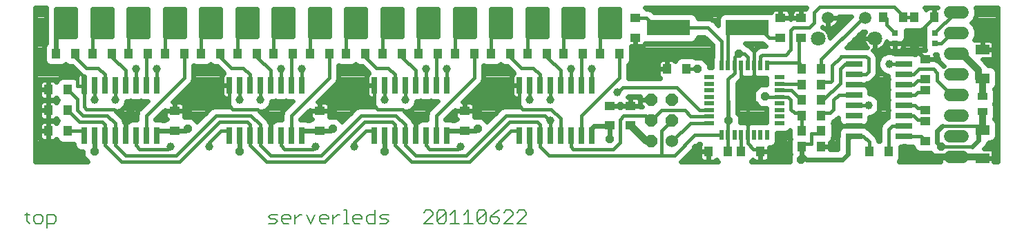
<source format=gtl>
G75*
G70*
%OFA0B0*%
%FSLAX24Y24*%
%IPPOS*%
%LPD*%
%AMOC8*
5,1,8,0,0,1.08239X$1,22.5*
%
%ADD10C,0.0060*%
%ADD11R,0.0260X0.0800*%
%ADD12C,0.0236*%
%ADD13R,0.0413X0.0512*%
%ADD14R,0.0220X0.0500*%
%ADD15R,0.0500X0.0220*%
%ADD16R,0.0800X0.0260*%
%ADD17R,0.0512X0.0413*%
%ADD18R,0.2100X0.0760*%
%ADD19C,0.0709*%
%ADD20C,0.0594*%
%ADD21C,0.0600*%
%ADD22OC8,0.0600*%
%ADD23R,0.0315X0.0315*%
%ADD24C,0.0600*%
%ADD25R,0.0512X0.0354*%
%ADD26R,0.0669X0.0492*%
%ADD27C,0.0160*%
%ADD28C,0.0396*%
%ADD29C,0.0320*%
%ADD30C,0.0240*%
%ADD31OC8,0.0396*%
D10*
X003896Y003162D02*
X003896Y003803D01*
X004216Y003803D01*
X004323Y003696D01*
X004323Y003482D01*
X004216Y003376D01*
X003896Y003376D01*
X003679Y003482D02*
X003679Y003696D01*
X003572Y003803D01*
X003358Y003803D01*
X003251Y003696D01*
X003251Y003482D01*
X003358Y003376D01*
X003572Y003376D01*
X003679Y003482D01*
X003035Y003376D02*
X002929Y003482D01*
X002929Y003909D01*
X003035Y003803D02*
X002822Y003803D01*
X014572Y003696D02*
X014679Y003803D01*
X014999Y003803D01*
X014892Y003589D02*
X014679Y003589D01*
X014572Y003696D01*
X014572Y003376D02*
X014892Y003376D01*
X014999Y003482D01*
X014892Y003589D01*
X015216Y003589D02*
X015643Y003589D01*
X015643Y003696D01*
X015537Y003803D01*
X015323Y003803D01*
X015216Y003696D01*
X015216Y003482D01*
X015323Y003376D01*
X015537Y003376D01*
X015861Y003376D02*
X015861Y003803D01*
X016074Y003803D02*
X016181Y003803D01*
X016074Y003803D02*
X015861Y003589D01*
X016398Y003803D02*
X016611Y003376D01*
X016825Y003803D01*
X017042Y003696D02*
X017149Y003803D01*
X017363Y003803D01*
X017469Y003696D01*
X017469Y003589D01*
X017042Y003589D01*
X017042Y003482D02*
X017042Y003696D01*
X017042Y003482D02*
X017149Y003376D01*
X017363Y003376D01*
X017687Y003376D02*
X017687Y003803D01*
X017901Y003803D02*
X018007Y003803D01*
X017901Y003803D02*
X017687Y003589D01*
X018224Y003376D02*
X018438Y003376D01*
X018331Y003376D02*
X018331Y004016D01*
X018224Y004016D01*
X018654Y003696D02*
X018761Y003803D01*
X018974Y003803D01*
X019081Y003696D01*
X019081Y003589D01*
X018654Y003589D01*
X018654Y003482D02*
X018654Y003696D01*
X018654Y003482D02*
X018761Y003376D01*
X018974Y003376D01*
X019298Y003482D02*
X019298Y003696D01*
X019405Y003803D01*
X019725Y003803D01*
X019725Y004016D02*
X019725Y003376D01*
X019405Y003376D01*
X019298Y003482D01*
X019943Y003376D02*
X020263Y003376D01*
X020370Y003482D01*
X020263Y003589D01*
X020050Y003589D01*
X019943Y003696D01*
X020050Y003803D01*
X020370Y003803D01*
X022072Y003909D02*
X022179Y004016D01*
X022392Y004016D01*
X022499Y003909D01*
X022499Y003803D01*
X022072Y003376D01*
X022499Y003376D01*
X022716Y003482D02*
X023143Y003909D01*
X023143Y003482D01*
X023037Y003376D01*
X022823Y003376D01*
X022716Y003482D01*
X022716Y003909D01*
X022823Y004016D01*
X023037Y004016D01*
X023143Y003909D01*
X023361Y003803D02*
X023574Y004016D01*
X023574Y003376D01*
X023361Y003376D02*
X023788Y003376D01*
X024005Y003376D02*
X024432Y003376D01*
X024219Y003376D02*
X024219Y004016D01*
X024005Y003803D01*
X024650Y003909D02*
X024757Y004016D01*
X024970Y004016D01*
X025077Y003909D01*
X024650Y003482D01*
X024757Y003376D01*
X024970Y003376D01*
X025077Y003482D01*
X025077Y003909D01*
X025294Y003696D02*
X025615Y003696D01*
X025721Y003589D01*
X025721Y003482D01*
X025615Y003376D01*
X025401Y003376D01*
X025294Y003482D01*
X025294Y003696D01*
X025508Y003909D01*
X025721Y004016D01*
X025939Y003909D02*
X026046Y004016D01*
X026259Y004016D01*
X026366Y003909D01*
X026366Y003803D01*
X025939Y003376D01*
X026366Y003376D01*
X026584Y003376D02*
X027011Y003803D01*
X027011Y003909D01*
X026904Y004016D01*
X026690Y004016D01*
X026584Y003909D01*
X026584Y003376D02*
X027011Y003376D01*
X024650Y003482D02*
X024650Y003909D01*
D11*
X023167Y007636D03*
X022667Y007636D03*
X022167Y007636D03*
X021667Y007636D03*
X021167Y007636D03*
X020667Y007636D03*
X020167Y007636D03*
X019667Y007636D03*
X016167Y007636D03*
X015667Y007636D03*
X015167Y007636D03*
X014667Y007636D03*
X014167Y007636D03*
X013667Y007636D03*
X013167Y007636D03*
X012667Y007636D03*
X009167Y007636D03*
X008667Y007636D03*
X008167Y007636D03*
X007667Y007636D03*
X007167Y007636D03*
X006667Y007636D03*
X006167Y007636D03*
X005667Y007636D03*
X005667Y010056D03*
X006167Y010056D03*
X006667Y010056D03*
X007167Y010056D03*
X007667Y010056D03*
X008167Y010056D03*
X008667Y010056D03*
X009167Y010056D03*
X012667Y010056D03*
X013167Y010056D03*
X013667Y010056D03*
X014167Y010056D03*
X014667Y010056D03*
X015167Y010056D03*
X015667Y010056D03*
X016167Y010056D03*
X019667Y010056D03*
X020167Y010056D03*
X020667Y010056D03*
X021167Y010056D03*
X021667Y010056D03*
X022167Y010056D03*
X022667Y010056D03*
X023167Y010056D03*
X026667Y010056D03*
X027167Y010056D03*
X027667Y010056D03*
X028167Y010056D03*
X028667Y010056D03*
X029167Y010056D03*
X029667Y010056D03*
X030167Y010056D03*
X030167Y007636D03*
X029667Y007636D03*
X029167Y007636D03*
X028667Y007636D03*
X028167Y007636D03*
X027667Y007636D03*
X027167Y007636D03*
X026667Y007636D03*
D12*
X027070Y012427D02*
X027070Y013765D01*
X028014Y013765D01*
X028014Y012427D01*
X027070Y012427D01*
X027070Y012662D02*
X028014Y012662D01*
X028014Y012897D02*
X027070Y012897D01*
X027070Y013132D02*
X028014Y013132D01*
X028014Y013367D02*
X027070Y013367D01*
X027070Y013602D02*
X028014Y013602D01*
X028820Y013765D02*
X028820Y012427D01*
X028820Y013765D02*
X029764Y013765D01*
X029764Y012427D01*
X028820Y012427D01*
X028820Y012662D02*
X029764Y012662D01*
X029764Y012897D02*
X028820Y012897D01*
X028820Y013132D02*
X029764Y013132D01*
X029764Y013367D02*
X028820Y013367D01*
X028820Y013602D02*
X029764Y013602D01*
X030570Y013765D02*
X030570Y012427D01*
X030570Y013765D02*
X031514Y013765D01*
X031514Y012427D01*
X030570Y012427D01*
X030570Y012662D02*
X031514Y012662D01*
X031514Y012897D02*
X030570Y012897D01*
X030570Y013132D02*
X031514Y013132D01*
X031514Y013367D02*
X030570Y013367D01*
X030570Y013602D02*
X031514Y013602D01*
X025320Y013765D02*
X025320Y012427D01*
X025320Y013765D02*
X026264Y013765D01*
X026264Y012427D01*
X025320Y012427D01*
X025320Y012662D02*
X026264Y012662D01*
X026264Y012897D02*
X025320Y012897D01*
X025320Y013132D02*
X026264Y013132D01*
X026264Y013367D02*
X025320Y013367D01*
X025320Y013602D02*
X026264Y013602D01*
X023570Y013765D02*
X023570Y012427D01*
X023570Y013765D02*
X024514Y013765D01*
X024514Y012427D01*
X023570Y012427D01*
X023570Y012662D02*
X024514Y012662D01*
X024514Y012897D02*
X023570Y012897D01*
X023570Y013132D02*
X024514Y013132D01*
X024514Y013367D02*
X023570Y013367D01*
X023570Y013602D02*
X024514Y013602D01*
X021820Y013765D02*
X021820Y012427D01*
X021820Y013765D02*
X022764Y013765D01*
X022764Y012427D01*
X021820Y012427D01*
X021820Y012662D02*
X022764Y012662D01*
X022764Y012897D02*
X021820Y012897D01*
X021820Y013132D02*
X022764Y013132D01*
X022764Y013367D02*
X021820Y013367D01*
X021820Y013602D02*
X022764Y013602D01*
X020070Y013765D02*
X020070Y012427D01*
X020070Y013765D02*
X021014Y013765D01*
X021014Y012427D01*
X020070Y012427D01*
X020070Y012662D02*
X021014Y012662D01*
X021014Y012897D02*
X020070Y012897D01*
X020070Y013132D02*
X021014Y013132D01*
X021014Y013367D02*
X020070Y013367D01*
X020070Y013602D02*
X021014Y013602D01*
X018320Y013765D02*
X018320Y012427D01*
X018320Y013765D02*
X019264Y013765D01*
X019264Y012427D01*
X018320Y012427D01*
X018320Y012662D02*
X019264Y012662D01*
X019264Y012897D02*
X018320Y012897D01*
X018320Y013132D02*
X019264Y013132D01*
X019264Y013367D02*
X018320Y013367D01*
X018320Y013602D02*
X019264Y013602D01*
X016570Y013765D02*
X016570Y012427D01*
X016570Y013765D02*
X017514Y013765D01*
X017514Y012427D01*
X016570Y012427D01*
X016570Y012662D02*
X017514Y012662D01*
X017514Y012897D02*
X016570Y012897D01*
X016570Y013132D02*
X017514Y013132D01*
X017514Y013367D02*
X016570Y013367D01*
X016570Y013602D02*
X017514Y013602D01*
X014820Y013765D02*
X014820Y012427D01*
X014820Y013765D02*
X015764Y013765D01*
X015764Y012427D01*
X014820Y012427D01*
X014820Y012662D02*
X015764Y012662D01*
X015764Y012897D02*
X014820Y012897D01*
X014820Y013132D02*
X015764Y013132D01*
X015764Y013367D02*
X014820Y013367D01*
X014820Y013602D02*
X015764Y013602D01*
X013070Y013765D02*
X013070Y012427D01*
X013070Y013765D02*
X014014Y013765D01*
X014014Y012427D01*
X013070Y012427D01*
X013070Y012662D02*
X014014Y012662D01*
X014014Y012897D02*
X013070Y012897D01*
X013070Y013132D02*
X014014Y013132D01*
X014014Y013367D02*
X013070Y013367D01*
X013070Y013602D02*
X014014Y013602D01*
X011320Y013765D02*
X011320Y012427D01*
X011320Y013765D02*
X012264Y013765D01*
X012264Y012427D01*
X011320Y012427D01*
X011320Y012662D02*
X012264Y012662D01*
X012264Y012897D02*
X011320Y012897D01*
X011320Y013132D02*
X012264Y013132D01*
X012264Y013367D02*
X011320Y013367D01*
X011320Y013602D02*
X012264Y013602D01*
X009570Y013765D02*
X009570Y012427D01*
X009570Y013765D02*
X010514Y013765D01*
X010514Y012427D01*
X009570Y012427D01*
X009570Y012662D02*
X010514Y012662D01*
X010514Y012897D02*
X009570Y012897D01*
X009570Y013132D02*
X010514Y013132D01*
X010514Y013367D02*
X009570Y013367D01*
X009570Y013602D02*
X010514Y013602D01*
X007820Y013765D02*
X007820Y012427D01*
X007820Y013765D02*
X008764Y013765D01*
X008764Y012427D01*
X007820Y012427D01*
X007820Y012662D02*
X008764Y012662D01*
X008764Y012897D02*
X007820Y012897D01*
X007820Y013132D02*
X008764Y013132D01*
X008764Y013367D02*
X007820Y013367D01*
X007820Y013602D02*
X008764Y013602D01*
X006070Y013765D02*
X006070Y012427D01*
X006070Y013765D02*
X007014Y013765D01*
X007014Y012427D01*
X006070Y012427D01*
X006070Y012662D02*
X007014Y012662D01*
X007014Y012897D02*
X006070Y012897D01*
X006070Y013132D02*
X007014Y013132D01*
X007014Y013367D02*
X006070Y013367D01*
X006070Y013602D02*
X007014Y013602D01*
X004320Y013765D02*
X004320Y012427D01*
X004320Y013765D02*
X005264Y013765D01*
X005264Y012427D01*
X004320Y012427D01*
X004320Y012662D02*
X005264Y012662D01*
X005264Y012897D02*
X004320Y012897D01*
X004320Y013132D02*
X005264Y013132D01*
X005264Y013367D02*
X004320Y013367D01*
X004320Y013602D02*
X005264Y013602D01*
D13*
X005264Y011596D03*
X006069Y011596D03*
X007014Y011596D03*
X007819Y011596D03*
X008764Y011596D03*
X009569Y011596D03*
X010514Y011596D03*
X011319Y011596D03*
X012264Y011596D03*
X013069Y011596D03*
X014014Y011596D03*
X014819Y011596D03*
X015764Y011596D03*
X016569Y011596D03*
X017514Y011596D03*
X018319Y011596D03*
X019264Y011596D03*
X020069Y011596D03*
X021014Y011596D03*
X021819Y011596D03*
X022764Y011596D03*
X023569Y011596D03*
X024514Y011596D03*
X025319Y011596D03*
X026264Y011596D03*
X027069Y011596D03*
X028014Y011596D03*
X028819Y011596D03*
X029764Y011596D03*
X030569Y011596D03*
X031514Y011596D03*
X033819Y010846D03*
X034764Y010846D03*
X040319Y010846D03*
X041264Y010846D03*
X041264Y010096D03*
X040319Y010096D03*
X040319Y009346D03*
X041264Y009346D03*
X041264Y008596D03*
X040319Y008596D03*
X040319Y007846D03*
X041264Y007846D03*
X041264Y007096D03*
X040319Y007096D03*
X038327Y006846D03*
X037382Y006846D03*
X036764Y006846D03*
X035819Y006846D03*
X043569Y006846D03*
X044514Y006846D03*
X044257Y013346D03*
X045202Y013346D03*
X045757Y013346D03*
X046702Y013346D03*
X004889Y009846D03*
X003944Y009846D03*
X003944Y008846D03*
X004889Y008846D03*
X004889Y007846D03*
X003944Y007846D03*
X004319Y011596D03*
D14*
X036439Y011036D03*
X036754Y011036D03*
X037069Y011036D03*
X037384Y011036D03*
X037699Y011036D03*
X038014Y011036D03*
X038329Y011036D03*
X038644Y011036D03*
X038644Y007656D03*
X038329Y007656D03*
X038014Y007656D03*
X037699Y007656D03*
X037384Y007656D03*
X037069Y007656D03*
X036754Y007656D03*
X036439Y007656D03*
D15*
X035852Y008243D03*
X035852Y008558D03*
X035852Y008873D03*
X035852Y009188D03*
X035852Y009503D03*
X035852Y009818D03*
X035852Y010133D03*
X035852Y010448D03*
X039232Y010448D03*
X039232Y010133D03*
X039232Y009818D03*
X039232Y009503D03*
X039232Y009188D03*
X039232Y008873D03*
X039232Y008558D03*
X039232Y008243D03*
D16*
X042832Y008096D03*
X042832Y007596D03*
X042832Y008596D03*
X042832Y009096D03*
X042832Y009596D03*
X042832Y010096D03*
X042832Y010596D03*
X042832Y011096D03*
X045252Y011096D03*
X045252Y010596D03*
X045252Y010096D03*
X045252Y009596D03*
X045252Y009096D03*
X045252Y008596D03*
X045252Y008096D03*
X045252Y007596D03*
D17*
X046292Y007373D03*
X046292Y008318D03*
X046292Y008873D03*
X046292Y009818D03*
X046292Y010373D03*
X046292Y011318D03*
X040292Y012373D03*
X039292Y012373D03*
X039292Y013318D03*
X040292Y013318D03*
X032292Y013318D03*
X032292Y012373D03*
X032042Y009068D03*
X031042Y009068D03*
X031042Y008123D03*
X032042Y008123D03*
X024042Y007873D03*
X024042Y008818D03*
X017042Y008818D03*
X017042Y007873D03*
X010042Y007873D03*
X010042Y008818D03*
D18*
X033892Y012846D03*
X037692Y012846D03*
D19*
X041101Y012338D03*
X043857Y012338D03*
D20*
X043365Y013322D03*
X041593Y013322D03*
D21*
X034042Y007346D03*
D22*
X033042Y007346D03*
X033042Y008346D03*
X034042Y008346D03*
X034042Y009346D03*
X033042Y009346D03*
D23*
X044827Y012096D03*
X044827Y012596D03*
X046756Y012596D03*
X046756Y012096D03*
D24*
X047492Y011596D02*
X048092Y011596D01*
X048092Y012596D02*
X047492Y012596D01*
X047492Y013596D02*
X048092Y013596D01*
X048092Y010596D02*
X047492Y010596D01*
X047492Y009596D02*
X048092Y009596D01*
X048092Y008596D02*
X047492Y008596D01*
X047492Y007596D02*
X048092Y007596D01*
X048092Y006596D02*
X047492Y006596D01*
D25*
X049042Y008784D03*
X049042Y009532D03*
D26*
X049042Y010407D03*
X049042Y011785D03*
X049042Y007910D03*
X049042Y006532D03*
D27*
X048542Y007096D02*
X047042Y007096D01*
X046292Y007373D02*
X046069Y007596D01*
X045252Y007596D01*
X045252Y008096D02*
X044667Y008096D01*
X044514Y007943D01*
X044514Y006846D01*
X043569Y006846D02*
X043569Y007318D01*
X043292Y007596D01*
X042832Y007596D01*
X041292Y007721D02*
X041292Y007846D01*
X041264Y007846D01*
X041292Y007721D02*
X040792Y007721D01*
X040792Y007221D01*
X040417Y007221D01*
X040319Y007123D01*
X040319Y007096D01*
X040319Y007846D02*
X040319Y008596D01*
X040229Y008686D01*
X040229Y008721D01*
X039979Y008721D01*
X039792Y008908D01*
X039792Y009346D01*
X039634Y009503D01*
X039232Y009503D01*
X038572Y009503D01*
X038542Y009533D01*
X037884Y009878D02*
X037542Y010346D01*
X037384Y010503D01*
X037384Y011036D01*
X037069Y011036D02*
X037069Y010661D01*
X036754Y010346D01*
X036792Y008346D01*
X035852Y008243D02*
X034939Y008243D01*
X034042Y007346D01*
X034167Y006658D02*
X035164Y007656D01*
X036439Y007656D01*
X036754Y007656D02*
X036754Y010346D01*
X036754Y011036D02*
X036754Y012808D01*
X036792Y012846D01*
X037692Y012846D01*
X038292Y012846D01*
X038764Y012373D01*
X039292Y012373D01*
X039792Y012721D02*
X039792Y011783D01*
X039542Y011533D01*
X038417Y011533D01*
X038329Y011446D01*
X038329Y011036D01*
X038014Y011036D02*
X038014Y011786D01*
X037699Y011438D02*
X037542Y011596D01*
X037292Y011596D01*
X037229Y011596D01*
X037069Y011436D01*
X037069Y011036D01*
X036439Y011036D02*
X036439Y012198D01*
X035792Y012846D01*
X033892Y012846D01*
X033292Y012846D01*
X032819Y013318D01*
X032292Y013318D01*
X031042Y013096D02*
X030569Y013096D01*
X030569Y011596D01*
X029764Y011596D02*
X029667Y011596D01*
X029667Y010056D01*
X030167Y010056D02*
X030167Y010846D01*
X029167Y010846D02*
X029167Y010056D01*
X028667Y010056D02*
X028667Y010783D01*
X028014Y011436D01*
X028014Y011596D01*
X028819Y011596D02*
X028819Y013096D01*
X029292Y013096D01*
X027542Y013096D02*
X027069Y013096D01*
X027069Y011596D01*
X026792Y010908D02*
X026264Y011436D01*
X026264Y011596D01*
X025319Y011596D02*
X025319Y013096D01*
X025792Y013096D01*
X024042Y013096D02*
X023569Y013096D01*
X023569Y011596D01*
X022764Y011596D02*
X022667Y011596D01*
X022667Y010056D01*
X023167Y010056D02*
X023167Y010846D01*
X022167Y010846D02*
X022167Y010056D01*
X021667Y010056D02*
X021667Y010783D01*
X021014Y011436D01*
X021014Y011596D01*
X021819Y011596D02*
X021819Y013096D01*
X022292Y013096D01*
X020542Y013096D02*
X020069Y013096D01*
X020069Y011596D01*
X019792Y010908D02*
X019264Y011436D01*
X019264Y011596D01*
X018319Y011596D02*
X018319Y013096D01*
X018792Y013096D01*
X017042Y013096D02*
X016569Y013096D01*
X016569Y011596D01*
X015764Y011596D02*
X015667Y011596D01*
X015667Y010056D01*
X016167Y010056D02*
X016167Y010846D01*
X015167Y010846D02*
X015167Y010056D01*
X014667Y010056D02*
X014667Y010783D01*
X014014Y011436D01*
X014014Y011596D01*
X014819Y011596D02*
X014819Y013096D01*
X015292Y013096D01*
X013542Y013096D02*
X013069Y013096D01*
X013069Y011596D01*
X012792Y010908D02*
X012292Y011408D01*
X012292Y011568D01*
X012264Y011596D01*
X011319Y011596D02*
X011319Y013096D01*
X011792Y013096D01*
X010042Y013096D02*
X009569Y012623D01*
X009569Y011596D01*
X008764Y011596D02*
X008667Y011498D01*
X008667Y010056D01*
X009167Y010056D02*
X009167Y010846D01*
X008167Y010846D02*
X008167Y010056D01*
X007667Y010056D02*
X007667Y010783D01*
X007014Y011436D01*
X007014Y011596D01*
X006069Y011596D02*
X006069Y013096D01*
X006542Y013096D01*
X007819Y012623D02*
X008292Y013096D01*
X007819Y012623D02*
X007819Y011596D01*
X006667Y010596D02*
X006354Y010908D01*
X005792Y010908D01*
X005264Y011436D01*
X005264Y011596D01*
X005229Y010908D02*
X005229Y010471D01*
X005354Y010346D01*
X005354Y010033D01*
X005667Y010033D01*
X005667Y010056D01*
X005667Y010471D01*
X005229Y010908D01*
X006667Y010596D02*
X006667Y010056D01*
X007167Y010056D02*
X007167Y009346D01*
X006167Y009346D02*
X006167Y010056D01*
X005667Y010033D02*
X005667Y009033D01*
X005792Y008908D01*
X007104Y008908D01*
X007167Y008846D01*
X007167Y008846D01*
X007667Y008346D01*
X007667Y007636D01*
X008167Y007636D02*
X008167Y007158D01*
X008354Y006971D01*
X009729Y006971D01*
X009854Y007096D01*
X010104Y006658D02*
X007667Y006658D01*
X007167Y007158D01*
X007167Y007636D01*
X007167Y008221D01*
X006792Y008596D01*
X005604Y008596D01*
X005354Y008846D01*
X005354Y009381D01*
X004889Y009846D01*
X004889Y008846D02*
X005452Y008283D01*
X006542Y008283D01*
X006667Y008158D01*
X006667Y007636D01*
X006667Y007158D01*
X007479Y006346D01*
X010292Y006346D01*
X012229Y008283D01*
X013542Y008283D01*
X013667Y008158D01*
X013667Y007636D01*
X013667Y007158D01*
X014479Y006346D01*
X017292Y006346D01*
X019229Y008283D01*
X020542Y008283D01*
X020667Y008158D01*
X020667Y007636D01*
X020667Y007158D01*
X021479Y006346D01*
X024292Y006346D01*
X026229Y008283D01*
X027542Y008283D01*
X027667Y008158D01*
X027667Y007636D01*
X027667Y007096D01*
X028104Y006658D01*
X033542Y006658D01*
X033542Y007846D01*
X034042Y008346D01*
X033542Y008846D02*
X033042Y008346D01*
X032979Y008408D01*
X032792Y008596D01*
X031729Y008596D01*
X031542Y008408D01*
X031542Y007283D01*
X031229Y006971D01*
X029292Y006971D01*
X029167Y007096D01*
X029167Y007636D01*
X029667Y007636D02*
X029667Y008596D01*
X031514Y010443D01*
X031514Y011596D01*
X034764Y010846D02*
X035292Y010846D01*
X034292Y009971D02*
X035389Y008873D01*
X035852Y008873D01*
X035852Y008558D02*
X034954Y008558D01*
X034667Y008846D01*
X033542Y008846D01*
X031667Y009971D02*
X031417Y009721D01*
X031667Y009971D02*
X034292Y009971D01*
X037699Y011036D02*
X037699Y011438D01*
X038014Y011036D02*
X038014Y010131D01*
X039232Y010133D02*
X040282Y010133D01*
X040292Y010132D01*
X040301Y010128D01*
X040308Y010122D01*
X040314Y010114D01*
X040318Y010106D01*
X040319Y010096D01*
X039819Y009818D02*
X040292Y009346D01*
X040319Y009346D01*
X039819Y009818D02*
X039232Y009818D01*
X041264Y010096D02*
X041354Y010186D01*
X041354Y010221D01*
X041729Y010221D01*
X041792Y010283D01*
X041792Y011033D01*
X042167Y011408D01*
X042229Y011471D01*
X043417Y011471D01*
X043542Y011346D01*
X043542Y010721D01*
X043417Y010596D01*
X042832Y010596D01*
X042417Y011096D02*
X042167Y010846D01*
X042167Y010158D01*
X041354Y009346D01*
X041264Y009346D01*
X041854Y009346D02*
X041854Y008908D01*
X041667Y008721D01*
X041389Y008721D01*
X041264Y008596D01*
X042832Y009096D02*
X043542Y009096D01*
X042832Y009596D02*
X042104Y009596D01*
X041854Y009346D01*
X041264Y010846D02*
X041264Y011318D01*
X043268Y013322D01*
X043365Y013322D01*
X044257Y013346D02*
X044417Y013283D01*
X044417Y013006D01*
X044452Y012971D01*
X044827Y012596D01*
X045792Y012436D02*
X045792Y011846D01*
X046756Y012096D02*
X047042Y012096D01*
X047542Y012596D01*
X047792Y012596D01*
X047667Y013533D02*
X046792Y012658D01*
X046792Y012631D01*
X046756Y012596D01*
X046702Y013346D02*
X045792Y012436D01*
X047792Y011596D02*
X048042Y011596D01*
X046854Y010658D02*
X046667Y010846D01*
X045979Y010846D01*
X045729Y010596D01*
X045252Y010596D01*
X045252Y011096D02*
X044542Y011096D01*
X046202Y010283D02*
X046292Y010373D01*
X046202Y010283D02*
X045917Y010283D01*
X045854Y010221D01*
X045854Y010221D01*
X045729Y010096D01*
X045252Y010096D01*
X045252Y009596D02*
X045792Y009596D01*
X045917Y009721D01*
X046194Y009721D01*
X046292Y009818D01*
X046854Y010283D02*
X047542Y009596D01*
X047792Y009596D01*
X046854Y010283D02*
X046854Y010658D01*
X046194Y008971D02*
X045917Y008971D01*
X045792Y009096D01*
X045252Y009096D01*
X045252Y008596D02*
X045729Y008596D01*
X045917Y008408D01*
X046202Y008408D01*
X046292Y008318D01*
X047104Y008096D02*
X049042Y008096D01*
X046292Y008873D02*
X046194Y008971D01*
X042832Y011096D02*
X042417Y011096D01*
X042167Y011408D02*
X042167Y011408D01*
X040292Y011033D02*
X040319Y010881D01*
X040319Y010846D01*
X040229Y010971D02*
X040292Y011033D01*
X040167Y011158D01*
X038667Y011158D01*
X038644Y011198D01*
X038644Y011036D01*
X040167Y011158D02*
X040167Y012373D01*
X040292Y012373D01*
X039917Y012846D02*
X040667Y012846D01*
X040917Y013096D01*
X040917Y013596D01*
X041167Y013846D01*
X044792Y013846D01*
X045292Y013346D01*
X045202Y013346D01*
X045577Y013346D01*
X045667Y013436D01*
X045757Y013346D01*
X047667Y013533D02*
X047792Y013596D01*
X039917Y012846D02*
X039792Y012721D01*
X037699Y008906D02*
X037699Y007751D01*
X037699Y007656D02*
X037699Y007251D01*
X037979Y006971D01*
X038229Y006971D01*
X038229Y006943D01*
X038327Y006846D01*
X037384Y006848D02*
X037384Y007656D01*
X036754Y007656D02*
X036754Y006856D01*
X036764Y006846D01*
X037382Y006846D02*
X037384Y006848D01*
X034167Y006658D02*
X033542Y006658D01*
X028667Y007636D02*
X028667Y008471D01*
X028229Y008908D01*
X026854Y008908D01*
X026667Y009096D01*
X026667Y010056D01*
X027167Y010056D02*
X027167Y009346D01*
X028167Y009346D02*
X028167Y010056D01*
X027667Y010056D02*
X027667Y010596D01*
X027354Y010908D01*
X026792Y010908D01*
X024514Y010443D02*
X022667Y008596D01*
X022667Y007636D01*
X022167Y007636D02*
X022167Y007158D01*
X022354Y006971D01*
X023729Y006971D01*
X023854Y007096D01*
X024104Y006658D02*
X026042Y008596D01*
X027917Y008596D01*
X028167Y008346D01*
X028167Y007636D01*
X026667Y007636D02*
X026667Y007846D01*
X026292Y007846D01*
X025729Y007283D01*
X025729Y007096D01*
X024104Y006658D02*
X021667Y006658D01*
X021167Y007158D01*
X021167Y007636D01*
X021167Y008158D01*
X020729Y008596D01*
X020604Y008596D01*
X019042Y008596D01*
X017104Y006658D01*
X014667Y006658D01*
X014167Y007158D01*
X014167Y007636D01*
X014167Y008158D01*
X013729Y008596D01*
X012042Y008596D01*
X010104Y006658D01*
X011729Y007096D02*
X011729Y007283D01*
X012292Y007846D01*
X012667Y007846D01*
X012667Y007636D01*
X014042Y008908D02*
X014667Y008283D01*
X014667Y007636D01*
X015167Y007636D02*
X015167Y007158D01*
X015354Y006971D01*
X016729Y006971D01*
X016854Y007096D01*
X015667Y007636D02*
X015667Y008596D01*
X017514Y010443D01*
X017514Y011596D01*
X019792Y010908D02*
X020354Y010908D01*
X020667Y010596D01*
X020667Y010056D01*
X021167Y010056D02*
X021167Y009346D01*
X020167Y009346D02*
X020167Y010056D01*
X019667Y010056D02*
X019667Y009096D01*
X019854Y008908D01*
X021042Y008908D01*
X021667Y008283D01*
X021667Y007636D01*
X019667Y007636D02*
X019667Y007846D01*
X019292Y007846D01*
X018729Y007283D01*
X018729Y007096D01*
X014042Y008908D02*
X012854Y008908D01*
X012667Y009096D01*
X012667Y010056D01*
X013167Y010056D02*
X013167Y009346D01*
X014167Y009346D02*
X014167Y010056D01*
X013667Y010056D02*
X013667Y010596D01*
X013354Y010908D01*
X012792Y010908D01*
X010514Y010443D02*
X010514Y011596D01*
X010514Y010443D02*
X008667Y008596D01*
X008667Y007636D01*
X005667Y007636D02*
X005667Y007846D01*
X004889Y007846D01*
X024514Y010443D02*
X024514Y011596D01*
D28*
X023167Y010846D03*
X022167Y010846D03*
X021167Y009346D03*
X020167Y009346D03*
X016167Y010846D03*
X015167Y010846D03*
X014167Y009346D03*
X013167Y009346D03*
X009167Y010846D03*
X008167Y010846D03*
X007167Y009346D03*
X006167Y009346D03*
X009854Y007096D03*
X011729Y007096D03*
X016854Y007096D03*
X018729Y007096D03*
X023854Y007096D03*
X025729Y007096D03*
X028167Y008346D03*
X028167Y009346D03*
X027167Y009346D03*
X029167Y010846D03*
X030167Y010846D03*
X031417Y009721D03*
X043542Y009096D03*
X044542Y011096D03*
D29*
X048042Y011596D02*
X048854Y010783D01*
X048854Y010407D01*
X049042Y010407D01*
X049042Y009532D01*
X049042Y008784D02*
X049042Y008096D01*
X049042Y007910D01*
X048853Y006596D02*
X047792Y006596D01*
X047790Y006596D02*
X046542Y006596D01*
X048853Y006596D02*
X049042Y006532D01*
X033042Y007346D02*
X032819Y007346D01*
X032042Y008123D01*
D30*
X031042Y008123D02*
X031042Y007471D01*
X030167Y007636D02*
X030167Y007971D01*
X030292Y008096D01*
X031014Y008096D01*
X031042Y008123D01*
X031042Y009068D02*
X031042Y009068D01*
X031518Y009068D01*
X031518Y008984D01*
X031566Y009004D01*
X031566Y009068D01*
X032041Y009068D01*
X032041Y009068D01*
X031566Y009068D01*
X031566Y009178D01*
X031528Y009163D01*
X031518Y009163D01*
X031518Y009068D01*
X031042Y009068D01*
X031927Y009495D02*
X031942Y009531D01*
X032522Y009531D01*
X032522Y009346D01*
X033041Y009346D01*
X033041Y009345D01*
X032522Y009345D01*
X032522Y009130D01*
X032616Y009036D01*
X032518Y009036D01*
X032518Y009068D01*
X032042Y009068D01*
X032042Y009068D01*
X032518Y009068D01*
X032518Y009304D01*
X032503Y009360D01*
X032474Y009410D01*
X032433Y009451D01*
X032383Y009480D01*
X032327Y009495D01*
X032042Y009495D01*
X032042Y009069D01*
X032042Y009069D01*
X032042Y009495D01*
X031927Y009495D01*
X032042Y009424D02*
X032042Y009424D01*
X032042Y009185D02*
X032042Y009185D01*
X032518Y009185D02*
X032522Y009185D01*
X032522Y009424D02*
X032460Y009424D01*
X031954Y010411D02*
X031954Y010531D01*
X031954Y011064D01*
X032026Y011136D01*
X032081Y011268D01*
X032081Y011923D01*
X032071Y011947D01*
X032292Y011947D01*
X032577Y011947D01*
X032633Y011962D01*
X032683Y011990D01*
X032724Y012031D01*
X032753Y012082D01*
X032760Y012110D01*
X032770Y012106D01*
X035013Y012106D01*
X035146Y012160D01*
X035247Y012262D01*
X035302Y012394D01*
X035302Y012406D01*
X035610Y012406D01*
X035999Y012016D01*
X035999Y011430D01*
X035969Y011357D01*
X035969Y010918D01*
X035850Y010918D01*
X035850Y011077D01*
X035523Y011404D01*
X035178Y011404D01*
X035175Y011407D01*
X035043Y011462D01*
X034486Y011462D01*
X034354Y011407D01*
X034252Y011305D01*
X034215Y011215D01*
X034202Y011237D01*
X034161Y011278D01*
X034111Y011307D01*
X034055Y011322D01*
X033820Y011322D01*
X033820Y010846D01*
X033819Y010846D01*
X033819Y011322D01*
X033584Y011322D01*
X033528Y011307D01*
X033478Y011278D01*
X033437Y011237D01*
X033408Y011186D01*
X033393Y011131D01*
X033393Y010846D01*
X033819Y010846D01*
X033819Y010845D01*
X033393Y010845D01*
X033393Y010561D01*
X033408Y010505D01*
X033437Y010455D01*
X033478Y010414D01*
X033483Y010411D01*
X031954Y010411D01*
X031954Y010617D02*
X033393Y010617D01*
X033393Y010855D02*
X031954Y010855D01*
X031984Y011094D02*
X033393Y011094D01*
X033819Y011094D02*
X033820Y011094D01*
X033819Y010855D02*
X033820Y010855D01*
X034279Y011332D02*
X032081Y011332D01*
X032081Y011571D02*
X035999Y011571D01*
X035999Y011809D02*
X032081Y011809D01*
X032292Y011947D02*
X032292Y012373D01*
X032292Y011947D01*
X032292Y012048D02*
X032292Y012048D01*
X032292Y012286D02*
X032292Y012286D01*
X032292Y012373D02*
X032292Y012373D01*
X032733Y012048D02*
X035967Y012048D01*
X035729Y012286D02*
X035257Y012286D01*
X035595Y011332D02*
X035969Y011332D01*
X035969Y011094D02*
X035833Y011094D01*
X037198Y010167D02*
X037319Y010288D01*
X037442Y010411D01*
X037458Y010450D01*
X037518Y010426D01*
X037881Y010426D01*
X038013Y010480D01*
X038014Y010482D01*
X038015Y010480D01*
X038148Y010426D01*
X038511Y010426D01*
X038622Y010426D01*
X038622Y010266D01*
X038622Y010091D01*
X038311Y010091D01*
X037984Y009764D01*
X037984Y009302D01*
X038311Y008975D01*
X038622Y008975D01*
X038622Y008692D01*
X038622Y008377D01*
X038622Y008266D01*
X038463Y008266D01*
X038148Y008266D01*
X037833Y008266D01*
X037700Y008211D01*
X037699Y008210D01*
X037698Y008211D01*
X037566Y008266D01*
X037350Y008266D01*
X037350Y008577D01*
X037225Y008701D01*
X037198Y010167D01*
X037198Y010139D02*
X038622Y010139D01*
X038622Y010378D02*
X037409Y010378D01*
X037203Y009901D02*
X038120Y009901D01*
X037984Y009662D02*
X037207Y009662D01*
X037212Y009424D02*
X037984Y009424D01*
X038100Y009185D02*
X037216Y009185D01*
X037221Y008947D02*
X038622Y008947D01*
X038622Y008708D02*
X037225Y008708D01*
X037350Y008470D02*
X038622Y008470D01*
X037749Y008231D02*
X037649Y008231D01*
X039114Y007773D02*
X039553Y007773D01*
X039686Y007828D01*
X039753Y007895D01*
X039753Y007518D01*
X039772Y007471D01*
X039753Y007423D01*
X039753Y006768D01*
X039767Y006735D01*
X039734Y006702D01*
X039734Y006366D01*
X037873Y006366D01*
X037894Y006386D01*
X037931Y006477D01*
X037944Y006455D01*
X037985Y006414D01*
X038035Y006385D01*
X038091Y006370D01*
X038326Y006370D01*
X038326Y006845D01*
X038327Y006845D01*
X038327Y006370D01*
X038562Y006370D01*
X038618Y006385D01*
X038668Y006414D01*
X038709Y006455D01*
X038738Y006505D01*
X038753Y006561D01*
X038753Y006845D01*
X038327Y006845D01*
X038327Y006846D01*
X038753Y006846D01*
X038753Y007046D01*
X038826Y007046D01*
X038958Y007100D01*
X039059Y007202D01*
X039114Y007334D01*
X039114Y007773D01*
X039114Y007754D02*
X039753Y007754D01*
X039754Y007515D02*
X039114Y007515D01*
X039090Y007277D02*
X039753Y007277D01*
X039753Y007038D02*
X038753Y007038D01*
X038753Y006800D02*
X039753Y006800D01*
X039734Y006561D02*
X038753Y006561D01*
X038327Y006561D02*
X038326Y006561D01*
X038326Y006800D02*
X038327Y006800D01*
X040292Y006471D02*
X040319Y006471D01*
X040319Y006693D01*
X040542Y006471D01*
X042292Y006471D01*
X042542Y006721D01*
X042542Y007471D01*
X042667Y007596D01*
X042832Y007596D01*
X042292Y008096D02*
X042042Y007846D01*
X042042Y007346D01*
X041792Y007096D01*
X041264Y007096D01*
X041265Y007096D02*
X041691Y007096D01*
X041691Y007301D01*
X041776Y007386D01*
X041831Y007518D01*
X041831Y008173D01*
X041811Y008221D01*
X041831Y008268D01*
X041831Y008312D01*
X041916Y008348D01*
X042040Y008471D01*
X042040Y008471D01*
X042072Y008503D01*
X042072Y008394D01*
X042127Y008262D01*
X042212Y008177D01*
X042212Y008096D01*
X042831Y008096D01*
X042831Y008095D01*
X042212Y008095D01*
X042212Y008015D01*
X042127Y007930D01*
X042072Y007797D01*
X042072Y007590D01*
X042062Y007566D01*
X042062Y007375D01*
X042062Y006951D01*
X041691Y006951D01*
X041691Y007095D01*
X041265Y007095D01*
X041265Y007096D01*
X041691Y007038D02*
X042062Y007038D01*
X042062Y007277D02*
X041691Y007277D01*
X041830Y007515D02*
X042062Y007515D01*
X042072Y007754D02*
X041831Y007754D01*
X041831Y007993D02*
X042190Y007993D01*
X042292Y008096D02*
X042832Y008096D01*
X043452Y008096D01*
X043452Y008177D01*
X043537Y008262D01*
X043592Y008394D01*
X043592Y008538D01*
X043653Y008538D01*
X043858Y008623D01*
X044015Y008780D01*
X044100Y008985D01*
X044100Y009207D01*
X044015Y009412D01*
X043858Y009569D01*
X043653Y009654D01*
X043592Y009654D01*
X043592Y009797D01*
X043537Y009930D01*
X043452Y010015D01*
X043452Y010095D01*
X042832Y010095D01*
X042832Y010096D01*
X043452Y010096D01*
X043452Y010156D01*
X043504Y010156D01*
X043666Y010223D01*
X043790Y010346D01*
X043915Y010471D01*
X043982Y010633D01*
X043982Y010808D01*
X043982Y011433D01*
X043915Y011595D01*
X043791Y011719D01*
X043734Y011776D01*
X043812Y011763D01*
X043857Y011763D01*
X043857Y012337D01*
X043857Y012337D01*
X043857Y011763D01*
X043902Y011763D01*
X043992Y011778D01*
X044078Y011806D01*
X044158Y011847D01*
X044231Y011900D01*
X044295Y011964D01*
X044348Y012037D01*
X044389Y012117D01*
X044412Y012187D01*
X044450Y012149D01*
X044450Y012096D01*
X044556Y012096D01*
X044557Y012095D01*
X044450Y012095D01*
X044450Y011909D01*
X044465Y011853D01*
X044494Y011803D01*
X044535Y011762D01*
X044585Y011733D01*
X044641Y011718D01*
X044827Y011718D01*
X044827Y012078D01*
X044827Y012078D01*
X044827Y011718D01*
X045014Y011718D01*
X045070Y011733D01*
X045120Y011762D01*
X045161Y011803D01*
X045190Y011853D01*
X045205Y011909D01*
X045205Y012095D01*
X045098Y012095D01*
X045099Y012096D01*
X045205Y012096D01*
X045205Y012149D01*
X045290Y012234D01*
X045345Y012367D01*
X045345Y012730D01*
X045480Y012730D01*
X046035Y012730D01*
X046167Y012785D01*
X046261Y012878D01*
X046239Y012825D01*
X046239Y012367D01*
X046248Y012346D01*
X046239Y012325D01*
X046239Y011867D01*
X046289Y011745D01*
X046007Y011745D01*
X045951Y011730D01*
X045901Y011701D01*
X045860Y011660D01*
X045831Y011610D01*
X045816Y011554D01*
X045816Y011547D01*
X045723Y011586D01*
X044817Y011586D01*
X044653Y011654D01*
X044431Y011654D01*
X044226Y011569D01*
X044069Y011412D01*
X043984Y011207D01*
X043984Y010985D01*
X044069Y010780D01*
X044226Y010623D01*
X044431Y010538D01*
X044492Y010538D01*
X044492Y010394D01*
X044512Y010346D01*
X044492Y010297D01*
X044492Y009894D01*
X044512Y009846D01*
X044492Y009797D01*
X044492Y009394D01*
X044512Y009346D01*
X044492Y009297D01*
X044492Y008894D01*
X044512Y008846D01*
X044492Y008797D01*
X044492Y008499D01*
X044418Y008469D01*
X044294Y008345D01*
X044141Y008192D01*
X044074Y008031D01*
X044074Y007856D01*
X044074Y007377D01*
X044042Y007345D01*
X044009Y007377D01*
X044009Y007406D01*
X043942Y007567D01*
X043665Y007845D01*
X043541Y007969D01*
X043467Y007999D01*
X043452Y008015D01*
X043452Y008095D01*
X042832Y008095D01*
X042832Y008096D01*
X043542Y008096D01*
X044042Y008596D01*
X044042Y010096D01*
X042832Y010096D01*
X043452Y010139D02*
X044492Y010139D01*
X044498Y010378D02*
X043821Y010378D01*
X043975Y010617D02*
X044240Y010617D01*
X044037Y010855D02*
X043982Y010855D01*
X043982Y011094D02*
X043984Y011094D01*
X043982Y011332D02*
X044036Y011332D01*
X043925Y011571D02*
X044230Y011571D01*
X044085Y011809D02*
X044490Y011809D01*
X044450Y012048D02*
X044354Y012048D01*
X044452Y012096D02*
X044827Y012096D01*
X045514Y012096D01*
X046292Y011318D01*
X046292Y011318D01*
X046768Y011318D01*
X046768Y011280D01*
X046916Y011219D01*
X047104Y011031D01*
X047148Y010987D01*
X047153Y010992D01*
X047179Y011011D01*
X047118Y011036D01*
X046932Y011222D01*
X046832Y011464D01*
X046832Y011578D01*
X046761Y011578D01*
X046768Y011554D01*
X046768Y011318D01*
X046292Y011318D01*
X046768Y011332D02*
X046887Y011332D01*
X046832Y011571D02*
X046763Y011571D01*
X046263Y011809D02*
X045164Y011809D01*
X045205Y012048D02*
X046239Y012048D01*
X046239Y012286D02*
X045311Y012286D01*
X044827Y012048D02*
X044827Y012048D01*
X044827Y011809D02*
X044827Y011809D01*
X045759Y011571D02*
X045820Y011571D01*
X047041Y011094D02*
X047060Y011094D01*
X049054Y011319D02*
X049149Y011224D01*
X049295Y011078D01*
X049322Y011013D01*
X049448Y011013D01*
X049580Y010958D01*
X049682Y010857D01*
X049736Y010724D01*
X049736Y010089D01*
X049682Y009957D01*
X049613Y009888D01*
X049658Y009781D01*
X049658Y009283D01*
X049606Y009158D01*
X049658Y009033D01*
X049658Y008535D01*
X049613Y008428D01*
X049682Y008360D01*
X049736Y008227D01*
X049736Y007592D01*
X049682Y007460D01*
X049580Y007358D01*
X049448Y007304D01*
X049331Y007304D01*
X049261Y007136D01*
X049123Y006998D01*
X049405Y006998D01*
X049461Y006983D01*
X049511Y006954D01*
X049552Y006913D01*
X049581Y006863D01*
X049596Y006807D01*
X049596Y006535D01*
X049045Y006535D01*
X049045Y006529D01*
X049596Y006529D01*
X049596Y006366D01*
X049772Y006366D01*
X049772Y013826D01*
X048711Y013826D01*
X048752Y013727D01*
X048752Y013464D01*
X048651Y013222D01*
X048525Y013096D01*
X048651Y012969D01*
X048752Y012727D01*
X048752Y012464D01*
X048661Y012246D01*
X048678Y012251D01*
X049039Y012251D01*
X049039Y011788D01*
X049045Y011788D01*
X049045Y012251D01*
X049405Y012251D01*
X049461Y012236D01*
X049511Y012207D01*
X049552Y012166D01*
X049581Y012116D01*
X049596Y012060D01*
X049596Y011788D01*
X049045Y011788D01*
X049045Y011782D01*
X049596Y011782D01*
X049596Y011510D01*
X049581Y011454D01*
X049552Y011404D01*
X049511Y011363D01*
X049461Y011334D01*
X049405Y011319D01*
X049054Y011319D01*
X049456Y011332D02*
X049772Y011332D01*
X049772Y011571D02*
X049596Y011571D01*
X049596Y011809D02*
X049772Y011809D01*
X049772Y012048D02*
X049596Y012048D01*
X049772Y012286D02*
X048678Y012286D01*
X049039Y012048D02*
X049045Y012048D01*
X049039Y011809D02*
X049045Y011809D01*
X049279Y011094D02*
X049772Y011094D01*
X049772Y010855D02*
X049682Y010855D01*
X049736Y010617D02*
X049772Y010617D01*
X049772Y010378D02*
X049736Y010378D01*
X049736Y010139D02*
X049772Y010139D01*
X049772Y009901D02*
X049626Y009901D01*
X049658Y009662D02*
X049772Y009662D01*
X049772Y009424D02*
X049658Y009424D01*
X049617Y009185D02*
X049772Y009185D01*
X049772Y008947D02*
X049658Y008947D01*
X049658Y008708D02*
X049772Y008708D01*
X049772Y008470D02*
X049630Y008470D01*
X049735Y008231D02*
X049772Y008231D01*
X049772Y007993D02*
X049736Y007993D01*
X049736Y007754D02*
X049772Y007754D01*
X049042Y007910D02*
X048915Y007783D01*
X048854Y007783D01*
X048854Y007408D01*
X048542Y007096D01*
X049163Y007038D02*
X049772Y007038D01*
X049772Y006800D02*
X049596Y006800D01*
X049596Y006561D02*
X049772Y006561D01*
X049772Y007277D02*
X049319Y007277D01*
X049705Y007515D02*
X049772Y007515D01*
X047791Y006596D02*
X047331Y006596D01*
X047331Y006595D01*
X047791Y006595D01*
X047791Y006596D01*
X047025Y006366D02*
X045006Y006366D01*
X045026Y006386D01*
X045081Y006518D01*
X045081Y007106D01*
X045676Y007106D01*
X045676Y007095D01*
X045731Y006963D01*
X045832Y006861D01*
X045964Y006807D01*
X046542Y006807D01*
X046811Y006538D01*
X046975Y006538D01*
X046985Y006474D01*
X047010Y006396D01*
X047025Y006366D01*
X046787Y006561D02*
X045081Y006561D01*
X045081Y006800D02*
X046548Y006800D01*
X046917Y007221D02*
X047042Y007096D01*
X046917Y007221D02*
X046854Y007283D01*
X046854Y007846D01*
X047104Y008096D01*
X045699Y007038D02*
X045081Y007038D01*
X044074Y007515D02*
X043964Y007515D01*
X044074Y007754D02*
X043756Y007754D01*
X043665Y007845D02*
X043665Y007845D01*
X043483Y007993D02*
X044074Y007993D01*
X044180Y008231D02*
X043506Y008231D01*
X043592Y008470D02*
X044420Y008470D01*
X044492Y008708D02*
X043944Y008708D01*
X044084Y008947D02*
X044492Y008947D01*
X044492Y009185D02*
X044100Y009185D01*
X044003Y009424D02*
X044492Y009424D01*
X044492Y009662D02*
X043592Y009662D01*
X043549Y009901D02*
X044492Y009901D01*
X042072Y008470D02*
X042038Y008470D01*
X042157Y008231D02*
X041816Y008231D01*
X040319Y007123D02*
X040319Y006693D01*
X036273Y006366D02*
X034496Y006366D01*
X035347Y007216D01*
X035425Y007216D01*
X035408Y007186D01*
X035393Y007131D01*
X035393Y006846D01*
X035819Y006846D01*
X035819Y006845D01*
X035820Y006845D01*
X035820Y006370D01*
X036055Y006370D01*
X036111Y006385D01*
X036161Y006414D01*
X036202Y006455D01*
X036215Y006477D01*
X036252Y006386D01*
X036273Y006366D01*
X035819Y006370D02*
X035819Y006845D01*
X035393Y006845D01*
X035393Y006561D01*
X035408Y006505D01*
X035437Y006455D01*
X035478Y006414D01*
X035528Y006385D01*
X035584Y006370D01*
X035819Y006370D01*
X035819Y006561D02*
X035820Y006561D01*
X035819Y006800D02*
X035820Y006800D01*
X035393Y006800D02*
X034931Y006800D01*
X035169Y007038D02*
X035393Y007038D01*
X035393Y006561D02*
X034692Y006561D01*
X027167Y006846D02*
X027167Y007636D01*
X025782Y008958D02*
X025125Y008301D01*
X024898Y008529D01*
X024503Y008529D01*
X024518Y008582D01*
X024518Y008818D01*
X024042Y008818D01*
X024042Y008818D01*
X024518Y008818D01*
X024518Y009054D01*
X024503Y009110D01*
X024474Y009160D01*
X024433Y009201D01*
X024383Y009230D01*
X024327Y009245D01*
X024042Y009245D01*
X024042Y008819D01*
X024042Y008819D01*
X024042Y009245D01*
X023938Y009245D01*
X024887Y010194D01*
X024954Y010356D01*
X024954Y010531D01*
X024954Y011016D01*
X025041Y010980D01*
X025598Y010980D01*
X025730Y011035D01*
X025792Y011096D01*
X025854Y011035D01*
X025986Y010980D01*
X026098Y010980D01*
X026430Y010648D01*
X026402Y010632D01*
X026361Y010591D01*
X026332Y010541D01*
X026317Y010485D01*
X026317Y010056D01*
X026666Y010056D01*
X026666Y010055D01*
X026317Y010055D01*
X026317Y009627D01*
X026332Y009571D01*
X026361Y009521D01*
X026402Y009480D01*
X026452Y009451D01*
X026508Y009436D01*
X026609Y009436D01*
X026609Y009235D01*
X026691Y009036D01*
X026129Y009036D01*
X025977Y009036D01*
X025954Y009036D01*
X025793Y008969D01*
X025782Y008958D01*
X025771Y008947D02*
X024518Y008947D01*
X024448Y009185D02*
X026629Y009185D01*
X026609Y009424D02*
X024117Y009424D01*
X024042Y009185D02*
X024042Y009185D01*
X024042Y008947D02*
X024042Y008947D01*
X024041Y008818D02*
X023566Y008818D01*
X023566Y008582D01*
X023581Y008526D01*
X023610Y008476D01*
X023651Y008435D01*
X023673Y008423D01*
X023582Y008385D01*
X023550Y008353D01*
X023471Y008353D01*
X023368Y008396D01*
X023107Y008396D01*
X023107Y008413D01*
X023566Y008873D01*
X023566Y008818D01*
X024041Y008818D01*
X024041Y008818D01*
X023566Y008708D02*
X023402Y008708D01*
X023617Y008470D02*
X023163Y008470D01*
X022227Y008470D02*
X021478Y008470D01*
X021416Y008531D02*
X021416Y008531D01*
X021159Y008788D01*
X021278Y008788D01*
X021483Y008873D01*
X021640Y009030D01*
X021725Y009235D01*
X021725Y009296D01*
X021868Y009296D01*
X021917Y009316D01*
X021965Y009296D01*
X022368Y009296D01*
X022417Y009316D01*
X022465Y009296D01*
X022745Y009296D01*
X022418Y008969D01*
X022294Y008845D01*
X022227Y008683D01*
X022227Y008396D01*
X021965Y008396D01*
X021833Y008341D01*
X021748Y008256D01*
X021667Y008256D01*
X021667Y007636D01*
X021667Y007636D01*
X021667Y008256D01*
X021603Y008256D01*
X021583Y008303D01*
X021540Y008407D01*
X021416Y008531D01*
X021239Y008708D02*
X022237Y008708D01*
X022396Y008947D02*
X021557Y008947D01*
X021704Y009185D02*
X022634Y009185D01*
X024356Y009662D02*
X026317Y009662D01*
X026317Y009901D02*
X024594Y009901D01*
X024833Y010139D02*
X026317Y010139D01*
X026317Y010378D02*
X024954Y010378D01*
X024954Y010617D02*
X026387Y010617D01*
X026223Y010855D02*
X024954Y010855D01*
X025789Y011094D02*
X025795Y011094D01*
X025532Y008708D02*
X024518Y008708D01*
X024957Y008470D02*
X025294Y008470D01*
X024667Y007971D02*
X024569Y007873D01*
X024042Y007873D01*
X023167Y007873D01*
X023167Y007636D01*
X021667Y007754D02*
X021667Y007754D01*
X021667Y007993D02*
X021667Y007993D01*
X021667Y008231D02*
X021667Y008231D01*
X020167Y007636D02*
X020167Y006846D01*
X017667Y007971D02*
X017569Y007873D01*
X017042Y007873D01*
X016167Y007873D01*
X016167Y007636D01*
X014667Y007636D02*
X014667Y008256D01*
X014748Y008256D01*
X014833Y008341D01*
X014965Y008396D01*
X015227Y008396D01*
X015227Y008683D01*
X015294Y008845D01*
X015418Y008969D01*
X015745Y009296D01*
X015465Y009296D01*
X015417Y009316D01*
X015368Y009296D01*
X014965Y009296D01*
X014917Y009316D01*
X014868Y009296D01*
X014725Y009296D01*
X014725Y009235D01*
X014640Y009030D01*
X014483Y008873D01*
X014278Y008788D01*
X014160Y008788D01*
X014416Y008531D01*
X014416Y008531D01*
X014540Y008407D01*
X014603Y008256D01*
X014667Y008256D01*
X014667Y007636D01*
X014667Y007636D01*
X014667Y007754D02*
X014667Y007754D01*
X014667Y007993D02*
X014667Y007993D01*
X014667Y008231D02*
X014667Y008231D01*
X014478Y008470D02*
X015227Y008470D01*
X015237Y008708D02*
X014239Y008708D01*
X014557Y008947D02*
X015396Y008947D01*
X015634Y009185D02*
X014704Y009185D01*
X016107Y008413D02*
X016566Y008873D01*
X016566Y008818D01*
X016566Y008582D01*
X016581Y008526D01*
X016610Y008476D01*
X016651Y008435D01*
X016673Y008423D01*
X016582Y008385D01*
X016550Y008353D01*
X016471Y008353D01*
X016368Y008396D01*
X016107Y008396D01*
X016107Y008413D01*
X016163Y008470D02*
X016617Y008470D01*
X016566Y008708D02*
X016402Y008708D01*
X016566Y008818D02*
X017041Y008818D01*
X017041Y008818D01*
X016566Y008818D01*
X017042Y008819D02*
X017042Y009245D01*
X017042Y008819D01*
X017042Y008819D01*
X017042Y008818D02*
X017518Y008818D01*
X017042Y008818D01*
X017042Y008818D01*
X017042Y008947D02*
X017042Y008947D01*
X017042Y009185D02*
X017042Y009185D01*
X017042Y009245D02*
X016938Y009245D01*
X017887Y010194D01*
X017954Y010356D01*
X017954Y010531D01*
X017954Y011016D01*
X018041Y010980D01*
X018598Y010980D01*
X018730Y011035D01*
X018792Y011096D01*
X018854Y011035D01*
X018986Y010980D01*
X019098Y010980D01*
X019430Y010648D01*
X019402Y010632D01*
X019361Y010591D01*
X019332Y010541D01*
X019317Y010485D01*
X019317Y010056D01*
X019666Y010056D01*
X019666Y010055D01*
X019317Y010055D01*
X019317Y009627D01*
X019332Y009571D01*
X019361Y009521D01*
X019402Y009480D01*
X019452Y009451D01*
X019508Y009436D01*
X019609Y009436D01*
X019609Y009235D01*
X019691Y009036D01*
X018954Y009036D01*
X018793Y008969D01*
X018729Y008905D01*
X018125Y008301D01*
X017898Y008529D01*
X017503Y008529D01*
X017518Y008582D01*
X017518Y008818D01*
X017518Y009054D01*
X017503Y009110D01*
X017474Y009160D01*
X017433Y009201D01*
X017383Y009230D01*
X017327Y009245D01*
X017042Y009245D01*
X017117Y009424D02*
X019609Y009424D01*
X019629Y009185D02*
X017448Y009185D01*
X017518Y008947D02*
X018771Y008947D01*
X018532Y008708D02*
X017518Y008708D01*
X017957Y008470D02*
X018294Y008470D01*
X017356Y009662D02*
X019317Y009662D01*
X019317Y009901D02*
X017594Y009901D01*
X017833Y010139D02*
X019317Y010139D01*
X019317Y010378D02*
X017954Y010378D01*
X017954Y010617D02*
X019387Y010617D01*
X019223Y010855D02*
X017954Y010855D01*
X018789Y011094D02*
X018795Y011094D01*
X012666Y010056D02*
X012666Y010055D01*
X012317Y010055D01*
X012317Y009627D01*
X012332Y009571D01*
X012361Y009521D01*
X012402Y009480D01*
X012452Y009451D01*
X012508Y009436D01*
X012609Y009436D01*
X012609Y009235D01*
X012691Y009036D01*
X011954Y009036D01*
X011792Y008969D01*
X011729Y008905D01*
X011125Y008301D01*
X010898Y008529D01*
X010503Y008529D01*
X010518Y008582D01*
X010518Y008818D01*
X010042Y008818D01*
X010042Y008818D01*
X010518Y008818D01*
X010518Y009054D01*
X010503Y009110D01*
X010474Y009160D01*
X010433Y009201D01*
X010383Y009230D01*
X010327Y009245D01*
X010042Y009245D01*
X010042Y008819D01*
X010042Y008819D01*
X010042Y009245D01*
X009938Y009245D01*
X010763Y010070D01*
X010887Y010194D01*
X010954Y010356D01*
X010954Y011016D01*
X011041Y010980D01*
X011598Y010980D01*
X011730Y011035D01*
X011792Y011096D01*
X011854Y011035D01*
X011986Y010980D01*
X012098Y010980D01*
X012430Y010648D01*
X012402Y010632D01*
X012361Y010591D01*
X012332Y010541D01*
X012317Y010485D01*
X012317Y010056D01*
X012666Y010056D01*
X012317Y010139D02*
X010833Y010139D01*
X010954Y010378D02*
X012317Y010378D01*
X012387Y010617D02*
X010954Y010617D01*
X010954Y010855D02*
X012223Y010855D01*
X011795Y011094D02*
X011789Y011094D01*
X012317Y009901D02*
X010594Y009901D01*
X010356Y009662D02*
X012317Y009662D01*
X012609Y009424D02*
X010117Y009424D01*
X010042Y009185D02*
X010042Y009185D01*
X010042Y008947D02*
X010042Y008947D01*
X010041Y008818D02*
X009566Y008818D01*
X009566Y008582D01*
X009581Y008526D01*
X009610Y008476D01*
X009651Y008435D01*
X009673Y008423D01*
X009582Y008385D01*
X009550Y008353D01*
X009471Y008353D01*
X009368Y008396D01*
X009107Y008396D01*
X009107Y008413D01*
X009566Y008873D01*
X009566Y008818D01*
X010041Y008818D01*
X010041Y008818D01*
X009566Y008708D02*
X009402Y008708D01*
X009617Y008470D02*
X009163Y008470D01*
X008745Y009296D02*
X008294Y008845D01*
X008227Y008683D01*
X008227Y008508D01*
X008227Y008396D01*
X007965Y008396D01*
X007833Y008341D01*
X007748Y008256D01*
X007667Y008256D01*
X007667Y007636D01*
X007667Y007636D01*
X007667Y008256D01*
X007607Y008256D01*
X007607Y008308D01*
X007540Y008470D01*
X007222Y008788D01*
X007278Y008788D01*
X007483Y008873D01*
X007640Y009030D01*
X007725Y009235D01*
X007725Y009296D01*
X007868Y009296D01*
X007917Y009316D01*
X007965Y009296D01*
X008368Y009296D01*
X008417Y009316D01*
X008465Y009296D01*
X008745Y009296D01*
X008634Y009185D02*
X007704Y009185D01*
X007557Y008947D02*
X008396Y008947D01*
X008237Y008708D02*
X007301Y008708D01*
X007540Y008470D02*
X008227Y008470D01*
X007667Y008231D02*
X007667Y008231D01*
X007667Y007993D02*
X007667Y007993D01*
X007667Y007754D02*
X007667Y007754D01*
X009167Y007873D02*
X009167Y007636D01*
X009167Y007873D02*
X010042Y007873D01*
X010569Y007873D01*
X010667Y007971D01*
X010957Y008470D02*
X011294Y008470D01*
X011532Y008708D02*
X010518Y008708D01*
X010518Y008947D02*
X011771Y008947D01*
X012629Y009185D02*
X010448Y009185D01*
X013167Y007636D02*
X013167Y006846D01*
X006167Y006846D02*
X006167Y007636D01*
X005177Y007234D02*
X005177Y007164D01*
X005232Y007032D01*
X005333Y006930D01*
X005465Y006876D01*
X005609Y006876D01*
X005609Y006614D01*
X005858Y006366D01*
X003312Y006366D01*
X003312Y013826D01*
X003841Y013826D01*
X003841Y012723D01*
X003839Y012719D01*
X003839Y012528D01*
X003839Y012087D01*
X003807Y012055D01*
X003753Y011923D01*
X003753Y011268D01*
X003807Y011136D01*
X003909Y011035D01*
X004041Y010980D01*
X004598Y010980D01*
X004730Y011035D01*
X004792Y011096D01*
X004854Y011035D01*
X004986Y010980D01*
X005098Y010980D01*
X005419Y010659D01*
X005430Y010648D01*
X005402Y010632D01*
X005361Y010591D01*
X005332Y010541D01*
X005317Y010485D01*
X005317Y010390D01*
X005300Y010407D01*
X005168Y010462D01*
X004611Y010462D01*
X004479Y010407D01*
X004377Y010305D01*
X004340Y010215D01*
X004327Y010237D01*
X004286Y010278D01*
X004236Y010307D01*
X004180Y010322D01*
X003945Y010322D01*
X003945Y009846D01*
X003944Y009846D01*
X003944Y010322D01*
X003709Y010322D01*
X003653Y010307D01*
X003603Y010278D01*
X003562Y010237D01*
X003533Y010186D01*
X003518Y010131D01*
X003518Y009846D01*
X003944Y009846D01*
X003944Y009845D01*
X003945Y009845D01*
X003945Y009370D01*
X004180Y009370D01*
X004236Y009385D01*
X004286Y009414D01*
X004327Y009455D01*
X004340Y009477D01*
X004377Y009386D01*
X004418Y009346D01*
X004377Y009305D01*
X004340Y009215D01*
X004327Y009237D01*
X004286Y009278D01*
X004236Y009306D01*
X004180Y009321D01*
X003945Y009321D01*
X003945Y008846D01*
X003944Y008846D01*
X003944Y009321D01*
X003709Y009321D01*
X003653Y009306D01*
X003603Y009278D01*
X003562Y009237D01*
X003533Y009186D01*
X003518Y009131D01*
X003518Y008846D01*
X003944Y008846D01*
X003944Y008845D01*
X003945Y008845D01*
X003945Y008370D01*
X004180Y008370D01*
X004236Y008385D01*
X004286Y008414D01*
X004327Y008455D01*
X004340Y008477D01*
X004377Y008386D01*
X004418Y008346D01*
X004377Y008305D01*
X004340Y008215D01*
X004327Y008237D01*
X004286Y008278D01*
X004236Y008307D01*
X004180Y008322D01*
X003945Y008322D01*
X003945Y007846D01*
X003944Y007846D01*
X003944Y008322D01*
X003709Y008322D01*
X003653Y008307D01*
X003603Y008278D01*
X003562Y008237D01*
X003533Y008186D01*
X003518Y008131D01*
X003518Y007846D01*
X003944Y007846D01*
X003944Y007845D01*
X003945Y007845D01*
X003945Y007370D01*
X004180Y007370D01*
X004236Y007385D01*
X004286Y007414D01*
X004327Y007455D01*
X004340Y007477D01*
X004377Y007386D01*
X004479Y007285D01*
X004611Y007230D01*
X005168Y007230D01*
X005177Y007234D01*
X005229Y007038D02*
X003312Y007038D01*
X003312Y006800D02*
X005609Y006800D01*
X005662Y006561D02*
X003312Y006561D01*
X003312Y007277D02*
X004497Y007277D01*
X003944Y007370D02*
X003944Y007845D01*
X003518Y007845D01*
X003518Y007561D01*
X003533Y007505D01*
X003562Y007455D01*
X003603Y007414D01*
X003653Y007385D01*
X003709Y007370D01*
X003944Y007370D01*
X003944Y007515D02*
X003945Y007515D01*
X003530Y007515D02*
X003312Y007515D01*
X003312Y007754D02*
X003518Y007754D01*
X003518Y007993D02*
X003312Y007993D01*
X003312Y008231D02*
X003558Y008231D01*
X003653Y008385D02*
X003709Y008370D01*
X003944Y008370D01*
X003944Y008845D01*
X003518Y008845D01*
X003518Y008561D01*
X003533Y008505D01*
X003562Y008455D01*
X003603Y008414D01*
X003653Y008385D01*
X003553Y008470D02*
X003312Y008470D01*
X003312Y008708D02*
X003518Y008708D01*
X003944Y008708D02*
X003945Y008708D01*
X003944Y008470D02*
X003945Y008470D01*
X003944Y008231D02*
X003945Y008231D01*
X003944Y007993D02*
X003945Y007993D01*
X003944Y007754D02*
X003945Y007754D01*
X004330Y008231D02*
X004347Y008231D01*
X004336Y008470D02*
X004343Y008470D01*
X003944Y008947D02*
X003945Y008947D01*
X003944Y009185D02*
X003945Y009185D01*
X003944Y009370D02*
X003944Y009845D01*
X003518Y009845D01*
X003518Y009561D01*
X003533Y009505D01*
X003562Y009455D01*
X003603Y009414D01*
X003653Y009385D01*
X003709Y009370D01*
X003944Y009370D01*
X003944Y009424D02*
X003945Y009424D01*
X003944Y009662D02*
X003945Y009662D01*
X003944Y009901D02*
X003945Y009901D01*
X003518Y009901D02*
X003312Y009901D01*
X003312Y009662D02*
X003518Y009662D01*
X003592Y009424D02*
X003312Y009424D01*
X003312Y009185D02*
X003532Y009185D01*
X003518Y008947D02*
X003312Y008947D01*
X004296Y009424D02*
X004362Y009424D01*
X005667Y009691D02*
X005667Y010055D01*
X005667Y009690D01*
X005667Y009691D01*
X005667Y009901D02*
X005667Y009901D01*
X005667Y010055D02*
X005667Y010055D01*
X005667Y010056D02*
X005667Y010484D01*
X005667Y010484D01*
X005667Y010056D01*
X005667Y010056D01*
X005667Y010139D02*
X005667Y010139D01*
X005667Y010378D02*
X005667Y010378D01*
X005387Y010617D02*
X003312Y010617D01*
X003312Y010855D02*
X005223Y010855D01*
X005419Y010659D02*
X005419Y010659D01*
X004795Y011094D02*
X004789Y011094D01*
X003850Y011094D02*
X003312Y011094D01*
X003312Y011332D02*
X003753Y011332D01*
X003753Y011571D02*
X003312Y011571D01*
X003312Y011809D02*
X003753Y011809D01*
X003804Y012048D02*
X003312Y012048D01*
X003312Y012286D02*
X003839Y012286D01*
X003839Y012525D02*
X003312Y012525D01*
X003312Y012763D02*
X003841Y012763D01*
X003841Y013002D02*
X003312Y013002D01*
X003312Y013241D02*
X003841Y013241D01*
X003841Y013479D02*
X003312Y013479D01*
X003312Y013718D02*
X003841Y013718D01*
X004792Y013096D02*
X004319Y012623D01*
X004319Y011596D01*
X004450Y010378D02*
X003312Y010378D01*
X003312Y010139D02*
X003520Y010139D01*
X003944Y010139D02*
X003945Y010139D01*
X032756Y013826D02*
X040536Y013826D01*
X040502Y013745D01*
X040292Y013745D01*
X040292Y013319D01*
X040292Y013319D01*
X040292Y013745D01*
X040007Y013745D01*
X039951Y013730D01*
X039901Y013701D01*
X039860Y013660D01*
X039831Y013610D01*
X039816Y013554D01*
X039816Y013318D01*
X039816Y013280D01*
X039768Y013260D01*
X039768Y013318D01*
X039292Y013318D01*
X039292Y013318D01*
X039768Y013318D01*
X039768Y013554D01*
X039753Y013610D01*
X039724Y013660D01*
X039683Y013701D01*
X039633Y013730D01*
X039577Y013745D01*
X039292Y013745D01*
X039292Y013319D01*
X039292Y013319D01*
X039292Y013745D01*
X039007Y013745D01*
X038951Y013730D01*
X038901Y013701D01*
X038860Y013660D01*
X038831Y013610D01*
X038823Y013581D01*
X038813Y013586D01*
X036570Y013586D01*
X036438Y013531D01*
X036337Y013430D01*
X036282Y013297D01*
X036282Y012978D01*
X036165Y013095D01*
X036041Y013219D01*
X035879Y013286D01*
X035302Y013286D01*
X035302Y013297D01*
X035247Y013430D01*
X035146Y013531D01*
X035013Y013586D01*
X033174Y013586D01*
X033069Y013691D01*
X032907Y013758D01*
X032823Y013758D01*
X032756Y013826D01*
X033005Y013718D02*
X038930Y013718D01*
X039292Y013718D02*
X039292Y013718D01*
X039654Y013718D02*
X039930Y013718D01*
X040292Y013718D02*
X040292Y013718D01*
X040292Y013479D02*
X040292Y013479D01*
X040291Y013318D02*
X040291Y013318D01*
X039816Y013318D01*
X040291Y013318D01*
X039816Y013479D02*
X039768Y013479D01*
X039292Y013479D02*
X039292Y013479D01*
X041302Y012876D02*
X041308Y012891D01*
X041323Y012880D01*
X041395Y012843D01*
X041472Y012818D01*
X041553Y012805D01*
X041593Y012805D01*
X041593Y013322D01*
X041594Y013322D01*
X042110Y013322D01*
X042110Y013363D01*
X042103Y013406D01*
X042708Y013406D01*
X042708Y013384D01*
X041676Y012352D01*
X041676Y012383D01*
X041661Y012472D01*
X041634Y012558D01*
X041593Y012639D01*
X041539Y012712D01*
X041475Y012776D01*
X041402Y012829D01*
X041322Y012870D01*
X041302Y012876D01*
X041488Y012763D02*
X042087Y012763D01*
X041930Y012928D02*
X041988Y012985D01*
X042035Y013051D01*
X042072Y013124D01*
X042098Y013201D01*
X042110Y013281D01*
X042110Y013322D01*
X041594Y013322D01*
X041594Y013322D01*
X041594Y012805D01*
X041634Y012805D01*
X041714Y012818D01*
X041792Y012843D01*
X041864Y012880D01*
X041930Y012928D01*
X042000Y013002D02*
X042326Y013002D01*
X042104Y013241D02*
X042564Y013241D01*
X041594Y013241D02*
X041593Y013241D01*
X041593Y013002D02*
X041594Y013002D01*
X041644Y012525D02*
X041849Y012525D01*
X042855Y012286D02*
X043284Y012286D01*
X043283Y012293D02*
X043297Y012203D01*
X043325Y012117D01*
X043366Y012037D01*
X043419Y011964D01*
X043472Y011911D01*
X043329Y011911D01*
X042479Y011911D01*
X043234Y012665D01*
X043234Y012665D01*
X043385Y012665D01*
X043366Y012639D01*
X043325Y012558D01*
X043297Y012472D01*
X043283Y012383D01*
X043283Y012338D01*
X043857Y012338D01*
X043857Y012338D01*
X043283Y012338D01*
X043283Y012293D01*
X043360Y012048D02*
X042616Y012048D01*
X043857Y012048D02*
X043857Y012048D01*
X043857Y012286D02*
X043857Y012286D01*
X043857Y011809D02*
X043857Y011809D01*
X043314Y012525D02*
X043093Y012525D01*
X045345Y012525D02*
X046239Y012525D01*
X046239Y012763D02*
X046116Y012763D01*
X046701Y013346D02*
X046701Y013822D01*
X046466Y013822D01*
X046410Y013807D01*
X046360Y013778D01*
X046319Y013737D01*
X046306Y013715D01*
X046269Y013805D01*
X046248Y013826D01*
X046873Y013826D01*
X046871Y013822D01*
X046702Y013822D01*
X046702Y013346D01*
X046701Y013346D01*
X046701Y013479D02*
X046702Y013479D01*
X046701Y013718D02*
X046702Y013718D01*
X046308Y013718D02*
X046305Y013718D01*
X048659Y013241D02*
X049772Y013241D01*
X049772Y013479D02*
X048752Y013479D01*
X048752Y013718D02*
X049772Y013718D01*
X049772Y013002D02*
X048619Y013002D01*
X048737Y012763D02*
X049772Y012763D01*
X049772Y012525D02*
X048752Y012525D01*
X038580Y011973D02*
X038504Y011973D01*
X038329Y011973D01*
X038168Y011906D01*
X038080Y011819D01*
X038011Y011749D01*
X037915Y011845D01*
X037791Y011969D01*
X037649Y012027D01*
X037571Y012106D01*
X038410Y012106D01*
X038515Y012000D01*
X038580Y011973D01*
X038467Y012048D02*
X037629Y012048D01*
X037915Y011845D02*
X037915Y011845D01*
X037950Y011809D02*
X038071Y011809D01*
X036282Y013002D02*
X036258Y013002D01*
X036282Y013241D02*
X035988Y013241D01*
X036386Y013479D02*
X035197Y013479D01*
D31*
X038667Y013721D03*
X037292Y011596D03*
X035292Y010846D03*
X033292Y010846D03*
X037667Y010221D03*
X038542Y009533D03*
X037667Y008471D03*
X036792Y008346D03*
X039417Y007471D03*
X041917Y007096D03*
X040292Y006471D03*
X044042Y008346D03*
X044292Y009846D03*
X045792Y011846D03*
X049542Y011096D03*
X049542Y007221D03*
X047042Y007096D03*
X045292Y007033D03*
X035229Y007033D03*
X031042Y007471D03*
X027167Y006846D03*
X024667Y007971D03*
X024667Y008846D03*
X026042Y010846D03*
X019042Y010846D03*
X017667Y008846D03*
X017667Y007971D03*
X020167Y006846D03*
X013167Y006846D03*
X010667Y007971D03*
X010667Y008846D03*
X007917Y008846D03*
X006167Y006846D03*
X003542Y006596D03*
X012042Y010846D03*
X003542Y013596D03*
M02*

</source>
